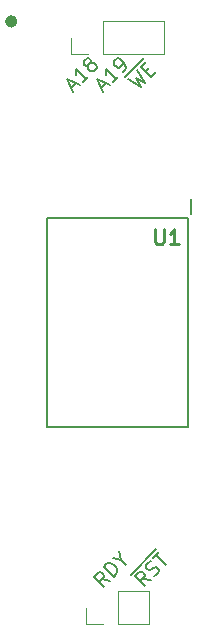
<source format=gto>
G04 #@! TF.GenerationSoftware,KiCad,Pcbnew,9.0.7*
G04 #@! TF.CreationDate,2026-01-28T19:45:35+11:00*
G04 #@! TF.ProjectId,16BitFlashROM_Adaptor,31364269-7446-46c6-9173-68524f4d5f41,rev?*
G04 #@! TF.SameCoordinates,Original*
G04 #@! TF.FileFunction,Legend,Top*
G04 #@! TF.FilePolarity,Positive*
%FSLAX46Y46*%
G04 Gerber Fmt 4.6, Leading zero omitted, Abs format (unit mm)*
G04 Created by KiCad (PCBNEW 9.0.7) date 2026-01-28 19:45:35*
%MOMM*%
%LPD*%
G01*
G04 APERTURE LIST*
%ADD10C,0.550000*%
%ADD11C,0.150000*%
%ADD12C,0.254000*%
%ADD13C,0.120000*%
%ADD14C,0.200000*%
%ADD15R,1.700000X1.700000*%
%ADD16C,1.700000*%
%ADD17R,0.300000X1.300000*%
G04 APERTURE END LIST*
D10*
X138585000Y-87520000D02*
G75*
G02*
X138035000Y-87520000I-275000J0D01*
G01*
X138035000Y-87520000D02*
G75*
G02*
X138585000Y-87520000I275000J0D01*
G01*
D11*
X145936495Y-93159913D02*
X146340556Y-92755852D01*
X146098119Y-93483162D02*
X145532434Y-92351791D01*
X145532434Y-92351791D02*
X146663804Y-92917476D01*
X147391114Y-92190167D02*
X146906241Y-92675040D01*
X147148677Y-92432603D02*
X146300149Y-91584075D01*
X146300149Y-91584075D02*
X146340555Y-91786106D01*
X146340555Y-91786106D02*
X146340555Y-91947730D01*
X146340555Y-91947730D02*
X146300149Y-92068948D01*
X147795175Y-91786106D02*
X147956799Y-91624481D01*
X147956799Y-91624481D02*
X147997205Y-91503263D01*
X147997205Y-91503263D02*
X147997205Y-91422451D01*
X147997205Y-91422451D02*
X147956799Y-91220420D01*
X147956799Y-91220420D02*
X147835581Y-91018390D01*
X147835581Y-91018390D02*
X147512332Y-90695141D01*
X147512332Y-90695141D02*
X147391114Y-90654735D01*
X147391114Y-90654735D02*
X147310302Y-90654735D01*
X147310302Y-90654735D02*
X147189083Y-90695141D01*
X147189083Y-90695141D02*
X147027459Y-90856765D01*
X147027459Y-90856765D02*
X146987053Y-90977984D01*
X146987053Y-90977984D02*
X146987053Y-91058796D01*
X146987053Y-91058796D02*
X147027459Y-91180014D01*
X147027459Y-91180014D02*
X147229490Y-91382045D01*
X147229490Y-91382045D02*
X147350708Y-91422451D01*
X147350708Y-91422451D02*
X147431520Y-91422451D01*
X147431520Y-91422451D02*
X147552738Y-91382045D01*
X147552738Y-91382045D02*
X147714363Y-91220420D01*
X147714363Y-91220420D02*
X147754769Y-91099202D01*
X147754769Y-91099202D02*
X147754769Y-91018390D01*
X147754769Y-91018390D02*
X147714363Y-90897172D01*
X148230269Y-92388410D02*
X149280828Y-93034907D01*
X149280828Y-93034907D02*
X148836360Y-92267191D01*
X148836360Y-92267191D02*
X149604076Y-92711658D01*
X149604076Y-92711658D02*
X148957579Y-91661100D01*
X149684889Y-91741912D02*
X149967732Y-91459069D01*
X150533417Y-91782318D02*
X150129356Y-92186379D01*
X150129356Y-92186379D02*
X149280828Y-91337851D01*
X149280828Y-91337851D02*
X149684889Y-90933790D01*
X147958336Y-92189207D02*
X149526093Y-90621451D01*
X143396495Y-93159913D02*
X143800556Y-92755852D01*
X143558119Y-93483162D02*
X142992434Y-92351791D01*
X142992434Y-92351791D02*
X144123804Y-92917476D01*
X144851114Y-92190167D02*
X144366241Y-92675040D01*
X144608677Y-92432603D02*
X143760149Y-91584075D01*
X143760149Y-91584075D02*
X143800555Y-91786106D01*
X143800555Y-91786106D02*
X143800555Y-91947730D01*
X143800555Y-91947730D02*
X143760149Y-92068948D01*
X144851114Y-91220420D02*
X144729896Y-91260827D01*
X144729896Y-91260827D02*
X144649083Y-91260827D01*
X144649083Y-91260827D02*
X144527865Y-91220420D01*
X144527865Y-91220420D02*
X144487459Y-91180014D01*
X144487459Y-91180014D02*
X144447053Y-91058796D01*
X144447053Y-91058796D02*
X144447053Y-90977984D01*
X144447053Y-90977984D02*
X144487459Y-90856765D01*
X144487459Y-90856765D02*
X144649083Y-90695141D01*
X144649083Y-90695141D02*
X144770302Y-90654735D01*
X144770302Y-90654735D02*
X144851114Y-90654735D01*
X144851114Y-90654735D02*
X144972332Y-90695141D01*
X144972332Y-90695141D02*
X145012738Y-90735547D01*
X145012738Y-90735547D02*
X145053144Y-90856765D01*
X145053144Y-90856765D02*
X145053144Y-90937578D01*
X145053144Y-90937578D02*
X145012738Y-91058796D01*
X145012738Y-91058796D02*
X144851114Y-91220420D01*
X144851114Y-91220420D02*
X144810708Y-91341639D01*
X144810708Y-91341639D02*
X144810708Y-91422451D01*
X144810708Y-91422451D02*
X144851114Y-91543669D01*
X144851114Y-91543669D02*
X145012738Y-91705294D01*
X145012738Y-91705294D02*
X145133957Y-91745700D01*
X145133957Y-91745700D02*
X145214769Y-91745700D01*
X145214769Y-91745700D02*
X145335987Y-91705294D01*
X145335987Y-91705294D02*
X145497612Y-91543669D01*
X145497612Y-91543669D02*
X145538018Y-91422451D01*
X145538018Y-91422451D02*
X145538018Y-91341639D01*
X145538018Y-91341639D02*
X145497612Y-91220420D01*
X145497612Y-91220420D02*
X145335987Y-91058796D01*
X145335987Y-91058796D02*
X145214769Y-91018390D01*
X145214769Y-91018390D02*
X145133957Y-91018390D01*
X145133957Y-91018390D02*
X145012738Y-91058796D01*
X146657324Y-134883957D02*
X145970421Y-134762738D01*
X146172451Y-135368830D02*
X145323923Y-134520302D01*
X145323923Y-134520302D02*
X145647172Y-134197053D01*
X145647172Y-134197053D02*
X145768390Y-134156647D01*
X145768390Y-134156647D02*
X145849202Y-134156647D01*
X145849202Y-134156647D02*
X145970421Y-134197053D01*
X145970421Y-134197053D02*
X146091639Y-134318271D01*
X146091639Y-134318271D02*
X146132045Y-134439489D01*
X146132045Y-134439489D02*
X146132045Y-134520302D01*
X146132045Y-134520302D02*
X146091639Y-134641520D01*
X146091639Y-134641520D02*
X145768390Y-134964769D01*
X147020979Y-134520302D02*
X146172451Y-133671773D01*
X146172451Y-133671773D02*
X146374482Y-133469743D01*
X146374482Y-133469743D02*
X146536106Y-133388931D01*
X146536106Y-133388931D02*
X146697730Y-133388931D01*
X146697730Y-133388931D02*
X146818949Y-133429337D01*
X146818949Y-133429337D02*
X147020979Y-133550555D01*
X147020979Y-133550555D02*
X147142197Y-133671773D01*
X147142197Y-133671773D02*
X147263416Y-133873804D01*
X147263416Y-133873804D02*
X147303822Y-133995022D01*
X147303822Y-133995022D02*
X147303822Y-134156647D01*
X147303822Y-134156647D02*
X147223010Y-134318271D01*
X147223010Y-134318271D02*
X147020979Y-134520302D01*
X147627071Y-133106088D02*
X148031132Y-133510149D01*
X146899761Y-132944464D02*
X147627071Y-133106088D01*
X147627071Y-133106088D02*
X147465446Y-132378778D01*
X150127324Y-134839762D02*
X149440421Y-134718543D01*
X149642451Y-135324635D02*
X148793923Y-134476107D01*
X148793923Y-134476107D02*
X149117172Y-134152858D01*
X149117172Y-134152858D02*
X149238390Y-134112452D01*
X149238390Y-134112452D02*
X149319202Y-134112452D01*
X149319202Y-134112452D02*
X149440421Y-134152858D01*
X149440421Y-134152858D02*
X149561639Y-134274076D01*
X149561639Y-134274076D02*
X149602045Y-134395294D01*
X149602045Y-134395294D02*
X149602045Y-134476107D01*
X149602045Y-134476107D02*
X149561639Y-134597325D01*
X149561639Y-134597325D02*
X149238390Y-134920574D01*
X150410167Y-134476107D02*
X150571791Y-134395294D01*
X150571791Y-134395294D02*
X150773822Y-134193264D01*
X150773822Y-134193264D02*
X150814228Y-134072046D01*
X150814228Y-134072046D02*
X150814228Y-133991233D01*
X150814228Y-133991233D02*
X150773822Y-133870015D01*
X150773822Y-133870015D02*
X150693010Y-133789203D01*
X150693010Y-133789203D02*
X150571791Y-133748797D01*
X150571791Y-133748797D02*
X150490979Y-133748797D01*
X150490979Y-133748797D02*
X150369761Y-133789203D01*
X150369761Y-133789203D02*
X150167730Y-133910421D01*
X150167730Y-133910421D02*
X150046512Y-133950827D01*
X150046512Y-133950827D02*
X149965700Y-133950827D01*
X149965700Y-133950827D02*
X149844482Y-133910421D01*
X149844482Y-133910421D02*
X149763669Y-133829609D01*
X149763669Y-133829609D02*
X149723263Y-133708391D01*
X149723263Y-133708391D02*
X149723263Y-133627578D01*
X149723263Y-133627578D02*
X149763669Y-133506360D01*
X149763669Y-133506360D02*
X149965700Y-133304330D01*
X149965700Y-133304330D02*
X150127324Y-133223517D01*
X150329355Y-132940675D02*
X150814228Y-132455802D01*
X151420319Y-133546766D02*
X150571791Y-132698238D01*
X148441178Y-134357717D02*
X150574620Y-132224274D01*
D12*
X150482380Y-105114318D02*
X150482380Y-106142413D01*
X150482380Y-106142413D02*
X150542857Y-106263365D01*
X150542857Y-106263365D02*
X150603333Y-106323842D01*
X150603333Y-106323842D02*
X150724285Y-106384318D01*
X150724285Y-106384318D02*
X150966190Y-106384318D01*
X150966190Y-106384318D02*
X151087142Y-106323842D01*
X151087142Y-106323842D02*
X151147619Y-106263365D01*
X151147619Y-106263365D02*
X151208095Y-106142413D01*
X151208095Y-106142413D02*
X151208095Y-105114318D01*
X152478095Y-106384318D02*
X151752380Y-106384318D01*
X152115237Y-106384318D02*
X152115237Y-105114318D01*
X152115237Y-105114318D02*
X151994285Y-105295746D01*
X151994285Y-105295746D02*
X151873333Y-105416699D01*
X151873333Y-105416699D02*
X151752380Y-105477175D01*
D13*
X143400000Y-90280000D02*
X143400000Y-88900000D01*
X144780000Y-90280000D02*
X143400000Y-90280000D01*
X146050000Y-87520000D02*
X151240000Y-87520000D01*
X146050000Y-90280000D02*
X146050000Y-87520000D01*
X146050000Y-90280000D02*
X151240000Y-90280000D01*
X151240000Y-90280000D02*
X151240000Y-87520000D01*
D14*
X141320000Y-104185000D02*
X153320000Y-104185000D01*
X141320000Y-121885000D02*
X141320000Y-104185000D01*
X153320000Y-104185000D02*
X153320000Y-121885000D01*
X153320000Y-121885000D02*
X141320000Y-121885000D01*
X153570000Y-102535000D02*
X153570000Y-103835000D01*
D13*
X144665000Y-138540000D02*
X144665000Y-137160000D01*
X146045000Y-138540000D02*
X144665000Y-138540000D01*
X147315000Y-135780000D02*
X149965000Y-135780000D01*
X147315000Y-138540000D02*
X147315000Y-135780000D01*
X147315000Y-138540000D02*
X149965000Y-138540000D01*
X149965000Y-138540000D02*
X149965000Y-135780000D01*
%LPC*%
D15*
X144780000Y-88900000D03*
D16*
X147320000Y-88900000D03*
X149860000Y-88900000D03*
D17*
X153070000Y-103185000D03*
X152570000Y-103185000D03*
X152070000Y-103185000D03*
X151570000Y-103185000D03*
X151070000Y-103185000D03*
X150570000Y-103185000D03*
X150070000Y-103185000D03*
X149570000Y-103185000D03*
X149070000Y-103185000D03*
X148570000Y-103185000D03*
X148070000Y-103185000D03*
X147570000Y-103185000D03*
X147070000Y-103185000D03*
X146570000Y-103185000D03*
X146070000Y-103185000D03*
X145570000Y-103185000D03*
X145070000Y-103185000D03*
X144570000Y-103185000D03*
X144070000Y-103185000D03*
X143570000Y-103185000D03*
X143070000Y-103185000D03*
X142570000Y-103185000D03*
X142070000Y-103185000D03*
X141570000Y-103185000D03*
X141570000Y-122885000D03*
X142070000Y-122885000D03*
X142570000Y-122885000D03*
X143070000Y-122885000D03*
X143570000Y-122885000D03*
X144070000Y-122885000D03*
X144570000Y-122885000D03*
X145070000Y-122885000D03*
X145570000Y-122885000D03*
X146070000Y-122885000D03*
X146570000Y-122885000D03*
X147070000Y-122885000D03*
X147570000Y-122885000D03*
X148070000Y-122885000D03*
X148570000Y-122885000D03*
X149070000Y-122885000D03*
X149570000Y-122885000D03*
X150070000Y-122885000D03*
X150570000Y-122885000D03*
X151070000Y-122885000D03*
X151570000Y-122885000D03*
X152070000Y-122885000D03*
X152570000Y-122885000D03*
X153070000Y-122885000D03*
D15*
X146045000Y-137160000D03*
D16*
X148585000Y-137160000D03*
D15*
X139700000Y-88900000D03*
D16*
X139700000Y-91440000D03*
X139700000Y-93980000D03*
X139700000Y-96520000D03*
X139700000Y-99060000D03*
X139700000Y-101600000D03*
X139700000Y-104140000D03*
X139700000Y-106680000D03*
X139700000Y-109220000D03*
X139700000Y-111760000D03*
X139700000Y-114300000D03*
X139700000Y-116840000D03*
X139700000Y-119380000D03*
X139700000Y-121920000D03*
X139700000Y-124460000D03*
X139700000Y-127000000D03*
X139700000Y-129540000D03*
X139700000Y-132080000D03*
X139700000Y-134620000D03*
X139700000Y-137160000D03*
D15*
X154940000Y-137160000D03*
D16*
X154940000Y-134620000D03*
X154940000Y-132080000D03*
X154940000Y-129540000D03*
X154940000Y-127000000D03*
X154940000Y-124460000D03*
X154940000Y-121920000D03*
X154940000Y-119380000D03*
X154940000Y-116840000D03*
X154940000Y-114300000D03*
X154940000Y-111760000D03*
X154940000Y-109220000D03*
X154940000Y-106680000D03*
X154940000Y-104140000D03*
X154940000Y-101600000D03*
X154940000Y-99060000D03*
X154940000Y-96520000D03*
X154940000Y-93980000D03*
X154940000Y-91440000D03*
X154940000Y-88900000D03*
%LPD*%
M02*

</source>
